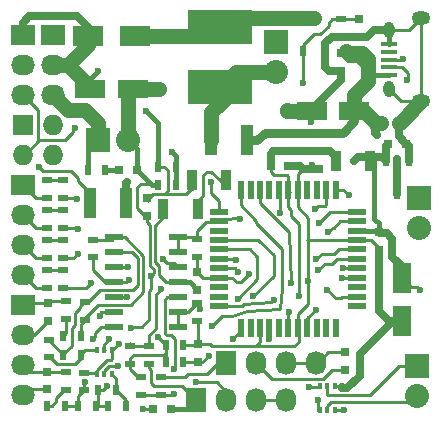
<source format=gbr>
G04 #@! TF.FileFunction,Copper,L1,Top,Signal*
%FSLAX46Y46*%
G04 Gerber Fmt 4.6, Leading zero omitted, Abs format (unit mm)*
G04 Created by KiCad (PCBNEW 4.0.4-stable) date 05/09/17 17:15:03*
%MOMM*%
%LPD*%
G01*
G04 APERTURE LIST*
%ADD10C,0.100000*%
%ADD11R,1.600200X2.600960*%
%ADD12R,1.600000X0.560000*%
%ADD13R,0.560000X1.600000*%
%ADD14R,1.350000X0.400000*%
%ADD15O,0.950000X1.400000*%
%ADD16O,1.550000X1.200000*%
%ADD17R,1.727200X2.032000*%
%ADD18O,1.727200X2.032000*%
%ADD19R,0.750000X0.800000*%
%ADD20R,0.800000X0.750000*%
%ADD21R,2.600960X1.600200*%
%ADD22R,2.499360X1.800860*%
%ADD23R,0.797560X0.797560*%
%ADD24R,1.000000X2.500000*%
%ADD25R,0.900000X1.700000*%
%ADD26R,2.032000X1.727200*%
%ADD27O,2.032000X1.727200*%
%ADD28R,1.727200X1.727200*%
%ADD29O,1.727200X1.727200*%
%ADD30R,2.032000X2.032000*%
%ADD31O,2.032000X2.032000*%
%ADD32R,0.600000X0.900000*%
%ADD33R,0.900000X0.500000*%
%ADD34R,0.500000X0.900000*%
%ADD35R,1.500000X0.600000*%
%ADD36R,0.304800X0.508000*%
%ADD37R,5.400040X2.900680*%
%ADD38R,5.400040X2.900000*%
%ADD39C,0.600000*%
%ADD40C,0.250000*%
%ADD41C,0.400000*%
%ADD42C,1.270000*%
%ADD43C,0.800000*%
%ADD44C,0.635000*%
G04 APERTURE END LIST*
D10*
D11*
X103187500Y-122214640D03*
X103187500Y-125816360D03*
D12*
X87723600Y-116573800D03*
X87723600Y-117373800D03*
X87723600Y-118173800D03*
X87723600Y-118973800D03*
X87723600Y-119773800D03*
X87723600Y-120573800D03*
X87723600Y-121373800D03*
X87723600Y-122173800D03*
X87723600Y-122973800D03*
X87723600Y-123773800D03*
X87723600Y-124573800D03*
D13*
X89573600Y-126423800D03*
X90373600Y-126423800D03*
X91173600Y-126423800D03*
X91973600Y-126423800D03*
X92773600Y-126423800D03*
X93573600Y-126423800D03*
X94373600Y-126423800D03*
X95173600Y-126423800D03*
X95973600Y-126423800D03*
X96773600Y-126423800D03*
X97573600Y-126423800D03*
D12*
X99423600Y-124573800D03*
X99423600Y-123773800D03*
X99423600Y-122973800D03*
X99423600Y-122173800D03*
X99423600Y-121373800D03*
X99423600Y-120573800D03*
X99423600Y-119773800D03*
X99423600Y-118973800D03*
X99423600Y-118173800D03*
X99423600Y-117373800D03*
X99423600Y-116573800D03*
D13*
X97573600Y-114723800D03*
X96773600Y-114723800D03*
X95973600Y-114723800D03*
X95173600Y-114723800D03*
X94373600Y-114723800D03*
X93573600Y-114723800D03*
X92773600Y-114723800D03*
X91973600Y-114723800D03*
X91173600Y-114723800D03*
X90373600Y-114723800D03*
X89573600Y-114723800D03*
D14*
X102132960Y-104996400D03*
X102132960Y-104346400D03*
X102132960Y-103696400D03*
X102132960Y-103046400D03*
X102132960Y-102396400D03*
D15*
X102132960Y-106196400D03*
X102132960Y-101196400D03*
D16*
X104832960Y-107196400D03*
X104832960Y-100196400D03*
D17*
X88328500Y-129349500D03*
D18*
X90868500Y-129349500D03*
X93408500Y-129349500D03*
X95948500Y-129349500D03*
D19*
X98374200Y-128459800D03*
X98374200Y-129959800D03*
D20*
X83630200Y-133273800D03*
X82130200Y-133273800D03*
X101421500Y-109029500D03*
X102921500Y-109029500D03*
D19*
X101219000Y-118312500D03*
X101219000Y-119812500D03*
X85915500Y-129312100D03*
X85915500Y-127812100D03*
X81597500Y-115455000D03*
X81597500Y-116955000D03*
X96202500Y-111454500D03*
X96202500Y-112954500D03*
D21*
X99146360Y-108077000D03*
X95544640Y-108077000D03*
D19*
X98044000Y-103136000D03*
X98044000Y-104636000D03*
D20*
X102056500Y-110807500D03*
X103556500Y-110807500D03*
D19*
X73215500Y-125845000D03*
X73215500Y-124345000D03*
X73152000Y-131610800D03*
X73152000Y-130110800D03*
D21*
X76812140Y-106172000D03*
X80413860Y-106172000D03*
D19*
X85852000Y-123178000D03*
X85852000Y-121678000D03*
X94805500Y-111454500D03*
X94805500Y-112954500D03*
D20*
X92087000Y-112712500D03*
X93587000Y-112712500D03*
D22*
X76614020Y-101727000D03*
X80611980Y-101727000D03*
D23*
X79260700Y-113030000D03*
X80759300Y-113030000D03*
D24*
X76808200Y-115824000D03*
X79808200Y-115824000D03*
D25*
X100522700Y-112318800D03*
X97622700Y-112318800D03*
X88318000Y-113919000D03*
X85418000Y-113919000D03*
X83005000Y-116332000D03*
X85905000Y-116332000D03*
D26*
X71120000Y-114300000D03*
D27*
X71120000Y-116840000D03*
X71120000Y-119380000D03*
X71120000Y-121920000D03*
D28*
X71120000Y-109220000D03*
D29*
X73660000Y-109220000D03*
X71120000Y-111760000D03*
X73660000Y-111760000D03*
D17*
X85788500Y-132524500D03*
D18*
X88328500Y-132524500D03*
X90868500Y-132524500D03*
X93408500Y-132524500D03*
D26*
X71120000Y-124460000D03*
D27*
X71120000Y-127000000D03*
X71120000Y-129540000D03*
X71120000Y-132080000D03*
D30*
X77470000Y-110490000D03*
D31*
X80010000Y-110490000D03*
D30*
X104470200Y-129616200D03*
D31*
X104470200Y-132156200D03*
D26*
X71069200Y-101587300D03*
D27*
X71069200Y-104127300D03*
X71069200Y-106667300D03*
D26*
X73660000Y-101600000D03*
D27*
X73660000Y-104140000D03*
X73660000Y-106680000D03*
D32*
X95758000Y-100200000D03*
X96708000Y-103000000D03*
X94808000Y-103000000D03*
D33*
X82753200Y-132068000D03*
X82753200Y-130568000D03*
X81788000Y-127951800D03*
X81788000Y-129451800D03*
X81127600Y-132068000D03*
X81127600Y-130568000D03*
X80187800Y-129451800D03*
X80187800Y-127951800D03*
D34*
X84684300Y-129324100D03*
X83184300Y-129324100D03*
X84684300Y-127850900D03*
X83184300Y-127850900D03*
D33*
X73101200Y-121525600D03*
X73101200Y-123025600D03*
X73101200Y-119011000D03*
X73101200Y-120511000D03*
X73101200Y-116420200D03*
X73101200Y-117920200D03*
X73101200Y-113880200D03*
X73101200Y-115380200D03*
X74498200Y-123025600D03*
X74498200Y-121525600D03*
X74498200Y-120511000D03*
X74498200Y-119011000D03*
X74498200Y-117920200D03*
X74498200Y-116420200D03*
X74498200Y-115380200D03*
X74498200Y-113880200D03*
D34*
X78320200Y-132994400D03*
X79820200Y-132994400D03*
X77482000Y-131673600D03*
X78982000Y-131673600D03*
X74535600Y-128676400D03*
X76035600Y-128676400D03*
D33*
X73304400Y-127418400D03*
X73304400Y-128918400D03*
X76327000Y-125718000D03*
X76327000Y-124218000D03*
D34*
X75805600Y-132994400D03*
X77305600Y-132994400D03*
D33*
X85852000Y-124345000D03*
X85852000Y-125845000D03*
D34*
X74497500Y-127063500D03*
X75997500Y-127063500D03*
X73164000Y-132994400D03*
X74664000Y-132994400D03*
D33*
X74739500Y-124154500D03*
X74739500Y-125654500D03*
X74726800Y-130161600D03*
X74726800Y-131661600D03*
D34*
X82562000Y-112776000D03*
X84062000Y-112776000D03*
X84062000Y-114300000D03*
X82562000Y-114300000D03*
D33*
X85826600Y-120384000D03*
X85826600Y-118884000D03*
X77025500Y-118947500D03*
X77025500Y-120447500D03*
X76250800Y-130212400D03*
X76250800Y-131712400D03*
X98056700Y-100265800D03*
X98056700Y-101765800D03*
D34*
X76593000Y-113030000D03*
X78093000Y-113030000D03*
D32*
X102806500Y-115065000D03*
X101856500Y-112265000D03*
X103756500Y-112265000D03*
D35*
X84234000Y-126365000D03*
X84234000Y-125095000D03*
X84234000Y-123825000D03*
X84234000Y-122555000D03*
X84234000Y-121285000D03*
X84234000Y-120015000D03*
X84234000Y-118745000D03*
X78834000Y-118745000D03*
X78834000Y-120015000D03*
X78834000Y-121285000D03*
X78834000Y-122555000D03*
X78834000Y-123825000D03*
X78834000Y-125095000D03*
X78834000Y-126365000D03*
D36*
X78613000Y-128320800D03*
X77343000Y-128320800D03*
X78613000Y-130352800D03*
X77978000Y-128320800D03*
X77343000Y-130352800D03*
X77978000Y-130352800D03*
X96215200Y-133400800D03*
X97485200Y-133400800D03*
X96215200Y-131368800D03*
X96850200Y-133400800D03*
X97485200Y-131368800D03*
X96850200Y-131368800D03*
D30*
X104597200Y-115392200D03*
D31*
X104597200Y-117932200D03*
D19*
X99580700Y-100265800D03*
X99580700Y-101765800D03*
D24*
X90069800Y-110540800D03*
X87069800Y-110540800D03*
D37*
X87757000Y-100980240D03*
D38*
X87757000Y-106061500D03*
D30*
X92519500Y-102171500D03*
D31*
X92519500Y-104711500D03*
D39*
X81229200Y-133273800D03*
X85750400Y-130962400D03*
X99250500Y-103187500D03*
X101041200Y-110083600D03*
X102793800Y-112090200D03*
X93421200Y-108000800D03*
X98145600Y-131419600D03*
X96062800Y-132562600D03*
X95567500Y-112585500D03*
X95504000Y-108966000D03*
X79222600Y-127762000D03*
X80289400Y-126390400D03*
X75514200Y-109474000D03*
X80060800Y-122326400D03*
X81940400Y-122021600D03*
X95199200Y-122428000D03*
X90271600Y-121843800D03*
X82626200Y-106222800D03*
X104724200Y-123215400D03*
X95885000Y-124891800D03*
X99123500Y-112268000D03*
X79946500Y-114046000D03*
X94513400Y-123723400D03*
X86817200Y-128803400D03*
X77470000Y-104648000D03*
X81534000Y-108077000D03*
X72491600Y-112826800D03*
X83693000Y-111506000D03*
X87020400Y-114071400D03*
X92900500Y-116649500D03*
X89471500Y-117157500D03*
X90614500Y-123698000D03*
X78422500Y-127381000D03*
X89344500Y-123952000D03*
X79184500Y-129603500D03*
X89154000Y-120650000D03*
X80010000Y-121285000D03*
X79883000Y-123825000D03*
X89344500Y-121666000D03*
X93662500Y-125031500D03*
X92329000Y-124015500D03*
X98310700Y-133400800D03*
X88849200Y-127355600D03*
X95326200Y-131445000D03*
X91973400Y-127355600D03*
X94818200Y-105714800D03*
X96875600Y-123215400D03*
X98145600Y-122174000D03*
X103581200Y-105410000D03*
X98171000Y-121361200D03*
X103301800Y-103657400D03*
X96075500Y-121539000D03*
X76835000Y-122618500D03*
X95948500Y-120586500D03*
X75755500Y-120142000D03*
X96964500Y-118300500D03*
X75755500Y-118046500D03*
X96139000Y-117538500D03*
X75692000Y-115506500D03*
X98679000Y-115189000D03*
X95821500Y-116332000D03*
X93827600Y-122656600D03*
X86106000Y-124841000D03*
X87122000Y-126238000D03*
X82550000Y-127190500D03*
X83921600Y-132029200D03*
X83921600Y-129895600D03*
X82981800Y-120599200D03*
X82804000Y-123088400D03*
X78206600Y-131318000D03*
X77597000Y-125399800D03*
X76327000Y-131013200D03*
X77012800Y-127355600D03*
D40*
X95948500Y-129349500D02*
X96075500Y-129349500D01*
X96075500Y-129349500D02*
X96952500Y-128472500D01*
X96952500Y-128472500D02*
X98044000Y-128472500D01*
X95948500Y-129349500D02*
X93408500Y-129349500D01*
X82753200Y-130568000D02*
X84824000Y-130568000D01*
X86664800Y-130302000D02*
X87617300Y-129349500D01*
X85090000Y-130302000D02*
X86664800Y-130302000D01*
X84824000Y-130568000D02*
X85090000Y-130302000D01*
X87617300Y-129349500D02*
X88328500Y-129349500D01*
X98044000Y-129972500D02*
X97281300Y-129972500D01*
X92227400Y-130708400D02*
X90868500Y-129349500D01*
X96545400Y-130708400D02*
X92227400Y-130708400D01*
X97281300Y-129972500D02*
X96545400Y-130708400D01*
X90868500Y-129349500D02*
X90932000Y-129349500D01*
D41*
X83630200Y-133273800D02*
X85039200Y-133273800D01*
X85039200Y-133273800D02*
X85788500Y-132524500D01*
D40*
X85064600Y-133248400D02*
X85788500Y-132524500D01*
X90868500Y-132524500D02*
X93408500Y-132524500D01*
X85788500Y-132524500D02*
X85788500Y-132626100D01*
X84582000Y-131318000D02*
X85788500Y-132524500D01*
X82194400Y-131318000D02*
X84582000Y-131318000D01*
X81940400Y-131064000D02*
X82194400Y-131318000D01*
X81940400Y-129997200D02*
X81940400Y-131064000D01*
X81788000Y-129844800D02*
X81940400Y-129997200D01*
X81788000Y-129451800D02*
X81788000Y-129844800D01*
X81788000Y-129451800D02*
X81788000Y-129667000D01*
X82118200Y-133273800D02*
X81229200Y-133273800D01*
X85750400Y-130962400D02*
X85801200Y-131013200D01*
X85801200Y-131013200D02*
X87528400Y-131013200D01*
X87528400Y-131013200D02*
X88328500Y-131813300D01*
X88328500Y-131813300D02*
X88328500Y-132524500D01*
D42*
X99250500Y-103124000D02*
X99822000Y-103124000D01*
X99250500Y-103187500D02*
X99250500Y-103124000D01*
D43*
X99146360Y-108077000D02*
X99146360Y-108930440D01*
X90957400Y-110540800D02*
X90069800Y-110540800D01*
X91592400Y-109905800D02*
X90957400Y-110540800D01*
X98171000Y-109905800D02*
X91592400Y-109905800D01*
X99146360Y-108930440D02*
X98171000Y-109905800D01*
D44*
X102806500Y-115065000D02*
X102806500Y-112102900D01*
X100888800Y-109931200D02*
X100888800Y-109016800D01*
X101041200Y-110083600D02*
X100888800Y-109931200D01*
X102806500Y-112102900D02*
X102793800Y-112090200D01*
D42*
X99146360Y-108077000D02*
X99949000Y-108077000D01*
X99949000Y-108077000D02*
X100888800Y-109016800D01*
X100888800Y-109016800D02*
X101028500Y-109156500D01*
X101028500Y-109156500D02*
X101421500Y-109029500D01*
X100330000Y-104648000D02*
X100330000Y-103632000D01*
X98615500Y-103124000D02*
X98488500Y-102997000D01*
X99822000Y-103124000D02*
X98615500Y-103124000D01*
X100330000Y-103632000D02*
X99822000Y-103124000D01*
X99146360Y-108077000D02*
X99146360Y-106720640D01*
X100330000Y-105537000D02*
X100330000Y-104648000D01*
X99146360Y-106720640D02*
X100330000Y-105537000D01*
D41*
X102132960Y-104996400D02*
X100678400Y-104996400D01*
X100678400Y-104996400D02*
X100330000Y-104648000D01*
X98603500Y-103695500D02*
X98044000Y-103136000D01*
X100330000Y-104648000D02*
X99377500Y-103695500D01*
X99377500Y-103695500D02*
X98603500Y-103695500D01*
D44*
X99580700Y-101765800D02*
X100227700Y-101765800D01*
X100797100Y-101196400D02*
X102132960Y-101196400D01*
X100227700Y-101765800D02*
X100797100Y-101196400D01*
X95544640Y-108077000D02*
X95544640Y-107909360D01*
X95544640Y-107909360D02*
X98044000Y-105410000D01*
X98044000Y-105410000D02*
X98044000Y-104636000D01*
X96708000Y-103000000D02*
X96708000Y-104366100D01*
X96977900Y-104636000D02*
X98044000Y-104636000D01*
X96708000Y-104366100D02*
X96977900Y-104636000D01*
X98056700Y-101765800D02*
X97243200Y-101765800D01*
X96708000Y-102301000D02*
X96708000Y-103000000D01*
X97243200Y-101765800D02*
X96708000Y-102301000D01*
X99580700Y-101765800D02*
X98056700Y-101765800D01*
D40*
X98094800Y-131368800D02*
X98145600Y-131419600D01*
X97485200Y-131368800D02*
X98094800Y-131368800D01*
D42*
X93497400Y-108077000D02*
X95544640Y-108077000D01*
X93421200Y-108000800D02*
X93497400Y-108077000D01*
D40*
X72390000Y-107950000D02*
X72390000Y-110617000D01*
X72390000Y-107950000D02*
X71120000Y-106680000D01*
X71069200Y-106629200D02*
X71120000Y-106680000D01*
D42*
X80413860Y-106172000D02*
X82575400Y-106172000D01*
D40*
X101219000Y-119812500D02*
X101219000Y-119659400D01*
X101219000Y-119659400D02*
X100533400Y-118973800D01*
D44*
X102921500Y-109029500D02*
X102921500Y-110172500D01*
X102921500Y-110172500D02*
X103556500Y-110807500D01*
X103756500Y-112265000D02*
X103756500Y-111007500D01*
X103756500Y-111007500D02*
X103556500Y-110807500D01*
X103187500Y-125816360D02*
X102067360Y-125816360D01*
X101219000Y-124968000D02*
X101219000Y-119812500D01*
X102067360Y-125816360D02*
X101219000Y-124968000D01*
X103187500Y-125816360D02*
X102453440Y-125816360D01*
X102453440Y-125816360D02*
X99618800Y-128651000D01*
X99618800Y-128651000D02*
X99618800Y-130454400D01*
X99618800Y-130454400D02*
X98584902Y-131488298D01*
X98584902Y-131488298D02*
X98145600Y-131488298D01*
X98145600Y-131488298D02*
X98145600Y-131445000D01*
D40*
X96075500Y-133477000D02*
X96075500Y-132575300D01*
X98120200Y-131445000D02*
X98145600Y-131445000D01*
X98145600Y-131419600D02*
X98120200Y-131445000D01*
X96075500Y-132575300D02*
X96062800Y-132562600D01*
X85915500Y-127812100D02*
X86943500Y-127812100D01*
X87122000Y-127990600D02*
X90576400Y-127990600D01*
X86943500Y-127812100D02*
X87122000Y-127990600D01*
D42*
X102921500Y-109029500D02*
X102999860Y-109029500D01*
X102999860Y-109029500D02*
X104832960Y-107196400D01*
D40*
X104832960Y-107196400D02*
X103132960Y-107196400D01*
X103132960Y-107196400D02*
X102132960Y-106196400D01*
X104832960Y-100196400D02*
X104832960Y-107196400D01*
X102132960Y-101196400D02*
X103832960Y-101196400D01*
X103832960Y-101196400D02*
X104832960Y-100196400D01*
D41*
X102132960Y-102396400D02*
X102132960Y-101196400D01*
D40*
X95377000Y-112776000D02*
X95567500Y-112585500D01*
X95504000Y-108966000D02*
X95544640Y-108925360D01*
X95544640Y-108925360D02*
X95544640Y-108077000D01*
X95377000Y-112954500D02*
X95377000Y-112776000D01*
X94373600Y-113386400D02*
X94805500Y-112954500D01*
D44*
X96202500Y-112954500D02*
X95377000Y-112954500D01*
X95377000Y-112954500D02*
X94805500Y-112954500D01*
X93587000Y-112712500D02*
X94563500Y-112712500D01*
X94563500Y-112712500D02*
X94805500Y-112954500D01*
D40*
X78613000Y-128320800D02*
X78663800Y-128320800D01*
X78663800Y-128320800D02*
X79222600Y-127762000D01*
X81940400Y-122021600D02*
X81940400Y-123139200D01*
X80365600Y-126314200D02*
X80289400Y-126390400D01*
X81178400Y-126314200D02*
X80365600Y-126314200D01*
X81788000Y-125704600D02*
X81178400Y-126314200D01*
X81788000Y-123291600D02*
X81788000Y-125704600D01*
X81940400Y-123139200D02*
X81788000Y-123291600D01*
X77343000Y-130352800D02*
X77343000Y-129970402D01*
X77343000Y-129970402D02*
X78198004Y-129115398D01*
X78198004Y-129115398D02*
X78580402Y-129115398D01*
X78580402Y-129115398D02*
X78613000Y-129082800D01*
X78613000Y-129082800D02*
X78613000Y-128320800D01*
X81597500Y-116955000D02*
X81445800Y-116955000D01*
X81445800Y-116955000D02*
X80797400Y-116306600D01*
X81089500Y-114236500D02*
X81724500Y-114236500D01*
X80797400Y-114528600D02*
X81089500Y-114236500D01*
X80797400Y-116306600D02*
X80797400Y-114528600D01*
X81788000Y-114173000D02*
X81788000Y-114058700D01*
X81724500Y-114236500D02*
X81845150Y-114115850D01*
X81845150Y-114115850D02*
X81788000Y-114173000D01*
X75361800Y-109829600D02*
X74701400Y-110490000D01*
X75514200Y-109474000D02*
X75361800Y-109626400D01*
X75361800Y-109626400D02*
X75361800Y-109829600D01*
X72517000Y-110490000D02*
X72390000Y-110617000D01*
X74701400Y-110490000D02*
X72517000Y-110490000D01*
X86092600Y-127635000D02*
X85915500Y-127812100D01*
X85915500Y-127812100D02*
X85915500Y-125908500D01*
X85915500Y-125908500D02*
X85852000Y-125845000D01*
X84684300Y-127850900D02*
X85876700Y-127850900D01*
X85876700Y-127850900D02*
X85915500Y-127812100D01*
X85826600Y-120384000D02*
X85826600Y-121652600D01*
X78834000Y-122555000D02*
X79832200Y-122555000D01*
X79832200Y-122555000D02*
X80060800Y-122326400D01*
X81864200Y-121165198D02*
X81864200Y-117678200D01*
X81940400Y-122021600D02*
X82169000Y-121793000D01*
X82169000Y-121793000D02*
X82169000Y-121469998D01*
X82169000Y-121469998D02*
X81864200Y-121165198D01*
X76250800Y-130212400D02*
X77202600Y-130212400D01*
X77202600Y-130212400D02*
X77343000Y-130352800D01*
X78834000Y-122555000D02*
X78054200Y-122555000D01*
X77025500Y-121526300D02*
X77025500Y-120447500D01*
X78054200Y-122555000D02*
X77025500Y-121526300D01*
X81597500Y-116955000D02*
X81597500Y-117411500D01*
X81597500Y-117411500D02*
X81864200Y-117678200D01*
D41*
X80759300Y-113030000D02*
X80759300Y-111239300D01*
X80759300Y-111239300D02*
X80010000Y-110490000D01*
X82562000Y-114300000D02*
X82029300Y-114300000D01*
X82029300Y-114300000D02*
X81788000Y-114058700D01*
X81788000Y-114058700D02*
X80759300Y-113030000D01*
D40*
X71120000Y-111760000D02*
X71247000Y-111760000D01*
X71247000Y-111760000D02*
X72390000Y-110617000D01*
D42*
X80010000Y-110490000D02*
X80010000Y-106575860D01*
X80010000Y-106575860D02*
X80413860Y-106172000D01*
D40*
X100533400Y-118973800D02*
X99423600Y-118973800D01*
X99423600Y-118973800D02*
X95250000Y-118973800D01*
X95186500Y-118935500D02*
X95250000Y-118935500D01*
X95211700Y-118935500D02*
X95186500Y-118935500D01*
X95250000Y-118973800D02*
X95211700Y-118935500D01*
X95250000Y-122428000D02*
X95250000Y-118935500D01*
X95250000Y-118935500D02*
X95250000Y-117094000D01*
X91173600Y-127622000D02*
X91173600Y-126423800D01*
X90805000Y-127990600D02*
X91173600Y-127622000D01*
X90576400Y-127990600D02*
X90805000Y-127990600D01*
X95199200Y-122428000D02*
X95250000Y-122428000D01*
X95250000Y-122428000D02*
X95224600Y-122428000D01*
X95224600Y-122428000D02*
X95250000Y-122428000D01*
X90576400Y-127990600D02*
X94081600Y-127990600D01*
X94462600Y-127609600D02*
X94462600Y-126512800D01*
X94081600Y-127990600D02*
X94462600Y-127609600D01*
X94462600Y-126512800D02*
X94373600Y-126423800D01*
X94373600Y-126423800D02*
X94373600Y-125272900D01*
X94373600Y-125272900D02*
X95250000Y-124396500D01*
X95250000Y-124396500D02*
X95250000Y-122428000D01*
X94373600Y-114723800D02*
X94373600Y-113386400D01*
X94373600Y-116217600D02*
X94373600Y-114723800D01*
X95250000Y-117094000D02*
X94373600Y-116217600D01*
X87723600Y-122173800D02*
X88823600Y-122173800D01*
X89560400Y-122555000D02*
X90271600Y-121843800D01*
X89204800Y-122555000D02*
X89560400Y-122555000D01*
X88823600Y-122173800D02*
X89204800Y-122555000D01*
X87723600Y-122173800D02*
X86347800Y-122173800D01*
D42*
X82575400Y-106172000D02*
X82626200Y-106222800D01*
D40*
X86347800Y-122173800D02*
X85852000Y-121678000D01*
X85826600Y-121652600D02*
X85852000Y-121678000D01*
D41*
X85852000Y-121678000D02*
X85864000Y-121678000D01*
D40*
X95173600Y-126423800D02*
X95173600Y-125603200D01*
X95173600Y-125603200D02*
X95885000Y-124891800D01*
D44*
X103187500Y-122214640D02*
X103187500Y-121196100D01*
X103187500Y-121196100D02*
X102387400Y-120396000D01*
X101904800Y-118414800D02*
X101321300Y-118414800D01*
X102387400Y-118897400D02*
X101904800Y-118414800D01*
X102387400Y-120396000D02*
X102387400Y-118897400D01*
X101321300Y-118414800D02*
X101219000Y-118312500D01*
D40*
X104495600Y-122986800D02*
X103959660Y-122986800D01*
X104724200Y-123215400D02*
X104495600Y-122986800D01*
X103959660Y-122986800D02*
X103187500Y-122214640D01*
D44*
X100510000Y-111950500D02*
X101542000Y-111950500D01*
X101542000Y-111950500D02*
X101856500Y-112265000D01*
X101856500Y-112265000D02*
X101856500Y-111432300D01*
X101856500Y-112265000D02*
X101856500Y-111432300D01*
X101856500Y-111432300D02*
X101856500Y-111007500D01*
X101856500Y-111007500D02*
X102056500Y-110807500D01*
D41*
X100838000Y-112278500D02*
X100510000Y-111950500D01*
X100838000Y-117157500D02*
X100838000Y-112278500D01*
X101219000Y-117538500D02*
X100838000Y-117157500D01*
X101219000Y-118312500D02*
X101219000Y-117538500D01*
X101080300Y-118173800D02*
X101219000Y-118312500D01*
D44*
X79808200Y-115824000D02*
X79808200Y-114184300D01*
X99441000Y-111950500D02*
X100510000Y-111950500D01*
X99123500Y-112268000D02*
X99441000Y-111950500D01*
X79808200Y-114184300D02*
X79946500Y-114046000D01*
D41*
X99423600Y-118173800D02*
X101080300Y-118173800D01*
D40*
X85915500Y-129312100D02*
X86308500Y-129312100D01*
X86308500Y-129312100D02*
X86817200Y-128803400D01*
D44*
X96202500Y-111454500D02*
X97114000Y-111454500D01*
X97114000Y-111454500D02*
X97610000Y-111950500D01*
X94805500Y-111454500D02*
X96202500Y-111454500D01*
X92087000Y-112712500D02*
X92087000Y-111684500D01*
X92317000Y-111454500D02*
X94805500Y-111454500D01*
X92087000Y-111684500D02*
X92317000Y-111454500D01*
D40*
X92087000Y-113232500D02*
X92087000Y-112712500D01*
X85915500Y-129312100D02*
X86270400Y-129312100D01*
X85915500Y-129312100D02*
X86079900Y-129312100D01*
X85915500Y-129312100D02*
X84696300Y-129312100D01*
X84696300Y-129312100D02*
X84684300Y-129324100D01*
X93573600Y-116205000D02*
X93573600Y-114723800D01*
X93802200Y-116433600D02*
X93573600Y-116205000D01*
X93802200Y-116941600D02*
X93802200Y-116433600D01*
X94513400Y-117652800D02*
X93802200Y-116941600D01*
X94513400Y-123723400D02*
X94513400Y-117652800D01*
X93573600Y-114723800D02*
X93573600Y-113576100D01*
X93573600Y-113576100D02*
X93472000Y-113474500D01*
X93472000Y-113474500D02*
X92329000Y-113474500D01*
X92329000Y-113474500D02*
X92087000Y-113232500D01*
X93662500Y-114812700D02*
X93573600Y-114723800D01*
X93726000Y-114876200D02*
X93573600Y-114723800D01*
D44*
X71069200Y-101587300D02*
X71069200Y-100571300D01*
X71640700Y-99999800D02*
X71069200Y-100571300D01*
X75641200Y-99999800D02*
X71640700Y-99999800D01*
X75641200Y-99999800D02*
X76614020Y-100972620D01*
X76614020Y-101727000D02*
X76614020Y-100972620D01*
D40*
X83083400Y-115112800D02*
X84886800Y-115112800D01*
X84886800Y-115112800D02*
X85418000Y-114581600D01*
X85418000Y-114581600D02*
X85418000Y-113919000D01*
X81597500Y-115455000D02*
X81776000Y-115455000D01*
X81776000Y-115455000D02*
X82118200Y-115112800D01*
X83058000Y-112776000D02*
X82562000Y-112776000D01*
X83362800Y-113080800D02*
X83058000Y-112776000D01*
X83362800Y-114833400D02*
X83362800Y-113080800D01*
X83083400Y-115112800D02*
X83362800Y-114833400D01*
X82118200Y-115112800D02*
X83083400Y-115112800D01*
X81597500Y-115455000D02*
X81839500Y-115455000D01*
X81661000Y-115685000D02*
X81661000Y-115570000D01*
D41*
X85418000Y-113919000D02*
X85418000Y-114607000D01*
X82562000Y-112776000D02*
X82562000Y-109105000D01*
X76812140Y-105305860D02*
X76812140Y-106172000D01*
X77470000Y-104648000D02*
X76812140Y-105305860D01*
X82562000Y-109105000D02*
X81534000Y-108077000D01*
D44*
X73660000Y-104140000D02*
X73279000Y-104140000D01*
D42*
X76812140Y-106172000D02*
X76812140Y-106022140D01*
X76812140Y-106022140D02*
X74930000Y-104140000D01*
X76614020Y-101727000D02*
X76614020Y-102455980D01*
X76614020Y-102455980D02*
X74930000Y-104140000D01*
X74930000Y-104140000D02*
X73660000Y-104140000D01*
D40*
X71120000Y-127000000D02*
X72060500Y-127000000D01*
X72060500Y-127000000D02*
X73215500Y-125845000D01*
X73215500Y-124345000D02*
X71235000Y-124345000D01*
X71235000Y-124345000D02*
X71120000Y-124460000D01*
X74739500Y-124154500D02*
X73406000Y-124154500D01*
X73406000Y-124154500D02*
X73215500Y-124345000D01*
X71589200Y-131610800D02*
X71120000Y-132080000D01*
X71335200Y-131864800D02*
X71120000Y-132080000D01*
X73152000Y-131610800D02*
X71589200Y-131610800D01*
X73152000Y-130110800D02*
X74676000Y-130110800D01*
X74676000Y-130110800D02*
X74726800Y-130161600D01*
X73152000Y-130110800D02*
X71690800Y-130110800D01*
X71690800Y-130110800D02*
X71120000Y-129540000D01*
X84234000Y-122555000D02*
X83210400Y-122555000D01*
X82314202Y-117761598D02*
X83005000Y-117070800D01*
X82314202Y-120853200D02*
X82314202Y-117761598D01*
X82619002Y-121158000D02*
X82314202Y-120853200D01*
X82619002Y-121963602D02*
X82619002Y-121158000D01*
X83210400Y-122555000D02*
X82619002Y-121963602D01*
X83005000Y-117070800D02*
X83005000Y-116332000D01*
D41*
X84234000Y-122555000D02*
X85229000Y-122555000D01*
X85229000Y-122555000D02*
X85852000Y-123178000D01*
D42*
X80611980Y-101727000D02*
X87327740Y-101727000D01*
X87327740Y-101727000D02*
X88138000Y-100916740D01*
X95758000Y-100200000D02*
X88854740Y-100200000D01*
X88854740Y-100200000D02*
X88138000Y-100916740D01*
D41*
X79260700Y-113030000D02*
X78093000Y-113030000D01*
D40*
X76808200Y-114984400D02*
X75793600Y-113969800D01*
X76808200Y-115824000D02*
X76808200Y-114984400D01*
X75793600Y-113969800D02*
X75793600Y-113766600D01*
X75793600Y-113766600D02*
X75184000Y-113157000D01*
X75184000Y-113157000D02*
X72821800Y-113157000D01*
X72821800Y-113157000D02*
X72491600Y-112826800D01*
D41*
X83693000Y-111506000D02*
X84074000Y-111887000D01*
X84062000Y-114300000D02*
X84062000Y-112776000D01*
X84074000Y-111887000D02*
X84074000Y-112764000D01*
X84074000Y-112764000D02*
X84062000Y-112776000D01*
D40*
X87020400Y-114960400D02*
X87020400Y-114071400D01*
X87723600Y-115663600D02*
X87020400Y-114960400D01*
X87723600Y-116573800D02*
X87723600Y-115663600D01*
X85826600Y-118884000D02*
X85826600Y-118211600D01*
X85826600Y-118211600D02*
X86563200Y-117475000D01*
X84234000Y-118745000D02*
X85687600Y-118745000D01*
X85687600Y-118745000D02*
X85826600Y-118884000D01*
X84234000Y-120015000D02*
X84234000Y-118745000D01*
X92837000Y-116586000D02*
X92837000Y-114787200D01*
X92900500Y-116649500D02*
X92837000Y-116586000D01*
X92837000Y-114787200D02*
X92773600Y-114723800D01*
X92773500Y-114723900D02*
X92773600Y-114723800D01*
X87723600Y-117373800D02*
X89370300Y-117056300D01*
X89370300Y-117056300D02*
X89471500Y-117157500D01*
X86563200Y-117475000D02*
X87622400Y-117475000D01*
X87622400Y-117475000D02*
X87723600Y-117373800D01*
X77978000Y-128320800D02*
X77978000Y-127825500D01*
X77978000Y-127825500D02*
X78422500Y-127381000D01*
X78041500Y-128257300D02*
X77978000Y-128320800D01*
X90995500Y-118935500D02*
X87761900Y-118935500D01*
X92329000Y-120269000D02*
X90995500Y-118935500D01*
X92329000Y-121983500D02*
X92329000Y-120269000D01*
X90614500Y-123698000D02*
X92329000Y-121983500D01*
X87761900Y-118935500D02*
X87723600Y-118973800D01*
X90309800Y-119773800D02*
X87723600Y-119773800D01*
X90932000Y-120396000D02*
X90309800Y-119773800D01*
X90932000Y-122237500D02*
X90932000Y-120396000D01*
X89344500Y-123952000D02*
X90932000Y-122237500D01*
X78422500Y-129603500D02*
X79184500Y-129603500D01*
X77978000Y-130352800D02*
X77978000Y-130048000D01*
X77978000Y-130048000D02*
X78422500Y-129603500D01*
X87723600Y-120573800D02*
X89077800Y-120573800D01*
X89077800Y-120573800D02*
X89154000Y-120650000D01*
X80010000Y-121285000D02*
X78834000Y-121285000D01*
X87723600Y-121373800D02*
X89052300Y-121373800D01*
X89052300Y-121373800D02*
X89344500Y-121666000D01*
X79883000Y-123825000D02*
X78834000Y-123825000D01*
X93573600Y-125120400D02*
X93573600Y-126423800D01*
X93662500Y-125031500D02*
X93573600Y-125120400D01*
X92138500Y-124206000D02*
X92329000Y-124015500D01*
X89852500Y-124396500D02*
X92138500Y-124206000D01*
X89662000Y-124587000D02*
X89852500Y-124396500D01*
X87723600Y-124573800D02*
X89140800Y-124573800D01*
X89154000Y-124587000D02*
X89662000Y-124587000D01*
X89140800Y-124573800D02*
X89154000Y-124587000D01*
X89573600Y-126631200D02*
X88849200Y-127355600D01*
X98310700Y-133400800D02*
X97485200Y-133400800D01*
X89573600Y-126423800D02*
X89573600Y-126631200D01*
X89573600Y-126423800D02*
X89573600Y-126605800D01*
X91973600Y-127355400D02*
X91973600Y-126423800D01*
X96075500Y-131445000D02*
X95326200Y-131445000D01*
X91973400Y-127355600D02*
X91973600Y-127355400D01*
X98056700Y-100265800D02*
X99580700Y-100265800D01*
X94808000Y-103000000D02*
X94808000Y-102486500D01*
X97282700Y-100265800D02*
X98056700Y-100265800D01*
X96977200Y-100571300D02*
X97282700Y-100265800D01*
X96977200Y-100825300D02*
X96977200Y-100571300D01*
X96278700Y-101523800D02*
X96977200Y-100825300D01*
X95770700Y-101523800D02*
X96278700Y-101523800D01*
X94808000Y-102486500D02*
X95770700Y-101523800D01*
X98146000Y-123773800D02*
X99423600Y-123773800D01*
X94804800Y-105701400D02*
X94818200Y-105714800D01*
X94808000Y-103000000D02*
X94804800Y-105701400D01*
X96875600Y-123215400D02*
X97586800Y-123926600D01*
X97586800Y-123926600D02*
X97993200Y-123926600D01*
X97993200Y-123926600D02*
X98146000Y-123773800D01*
D41*
X94769200Y-103038800D02*
X94808000Y-103000000D01*
D40*
X99423600Y-122173800D02*
X98145800Y-122173800D01*
X98145800Y-122173800D02*
X98145600Y-122174000D01*
X103228800Y-104346400D02*
X102132960Y-104346400D01*
X103708200Y-104825800D02*
X103228800Y-104346400D01*
X103708200Y-105283000D02*
X103708200Y-104825800D01*
X103581200Y-105410000D02*
X103708200Y-105283000D01*
X102136160Y-104343200D02*
X102132960Y-104346400D01*
X99423600Y-121373800D02*
X98183600Y-121373800D01*
X98183600Y-121373800D02*
X98171000Y-121361200D01*
X103262800Y-103696400D02*
X102132960Y-103696400D01*
X103301800Y-103657400D02*
X103262800Y-103696400D01*
X97675700Y-120573800D02*
X99423600Y-120573800D01*
X97282000Y-120967500D02*
X97675700Y-120573800D01*
X96647000Y-120967500D02*
X97282000Y-120967500D01*
X96075500Y-121539000D02*
X96647000Y-120967500D01*
X74498200Y-123025600D02*
X76427900Y-123025600D01*
X76427900Y-123025600D02*
X76835000Y-122618500D01*
X97840700Y-119773800D02*
X99423600Y-119773800D01*
X97472500Y-120142000D02*
X97840700Y-119773800D01*
X96393000Y-120142000D02*
X97472500Y-120142000D01*
X95948500Y-120586500D02*
X96393000Y-120142000D01*
X74498200Y-120511000D02*
X75386500Y-120511000D01*
X75386500Y-120511000D02*
X75755500Y-120142000D01*
X97954700Y-117373800D02*
X99423600Y-117373800D01*
X97409000Y-117919500D02*
X97954700Y-117373800D01*
X97345500Y-117919500D02*
X97409000Y-117919500D01*
X96964500Y-118300500D02*
X97345500Y-117919500D01*
X74498200Y-117920200D02*
X75629200Y-117920200D01*
X75629200Y-117920200D02*
X75755500Y-118046500D01*
X97103700Y-116573800D02*
X99423600Y-116573800D01*
X96139000Y-117538500D02*
X97103700Y-116573800D01*
X74498200Y-115380200D02*
X75565700Y-115380200D01*
X75565700Y-115380200D02*
X75692000Y-115506500D01*
X98213800Y-114723800D02*
X97573600Y-114723800D01*
X98679000Y-115189000D02*
X98213800Y-114723800D01*
X96773600Y-116014900D02*
X96773600Y-114723800D01*
X95821500Y-116332000D02*
X96075500Y-116078000D01*
X96075500Y-116078000D02*
X96710500Y-116078000D01*
X96710500Y-116078000D02*
X96773600Y-116014900D01*
X91173600Y-115875100D02*
X91173600Y-114723800D01*
X93599000Y-118300500D02*
X91173600Y-115875100D01*
X93764100Y-122593100D02*
X93599000Y-118300500D01*
X93827600Y-122656600D02*
X93764100Y-122593100D01*
X85852000Y-124345000D02*
X85852000Y-124587000D01*
X85852000Y-124587000D02*
X86106000Y-124841000D01*
X84234000Y-126365000D02*
X84234000Y-125095000D01*
X84234000Y-125095000D02*
X85102000Y-125095000D01*
X85102000Y-125095000D02*
X85852000Y-124345000D01*
X89573600Y-116053100D02*
X89573600Y-114723800D01*
X90868500Y-117348000D02*
X89573600Y-116053100D01*
X90868500Y-117538500D02*
X90868500Y-117348000D01*
X93027500Y-119697500D02*
X90868500Y-117538500D01*
X93027500Y-123063000D02*
X93027500Y-119697500D01*
X92900500Y-124841000D02*
X93027500Y-123063000D01*
X90043000Y-124968000D02*
X92900500Y-124841000D01*
X88773000Y-125412500D02*
X90043000Y-124968000D01*
X87947500Y-125412500D02*
X88773000Y-125412500D01*
X87122000Y-126238000D02*
X87947500Y-125412500D01*
X83184300Y-127850900D02*
X83184300Y-127824800D01*
X83184300Y-127824800D02*
X82550000Y-127190500D01*
X80810800Y-130568000D02*
X81127600Y-130568000D01*
X80187800Y-129451800D02*
X80187800Y-128981200D01*
X83007200Y-128701800D02*
X83184300Y-128524700D01*
X80467200Y-128701800D02*
X83007200Y-128701800D01*
X80187800Y-128981200D02*
X80467200Y-128701800D01*
X83184300Y-127850900D02*
X83184300Y-128524700D01*
X83184300Y-128524700D02*
X83184300Y-129324100D01*
X80187800Y-129451800D02*
X80187800Y-129895600D01*
X80187800Y-129895600D02*
X80860200Y-130568000D01*
X80860200Y-130568000D02*
X81127600Y-130568000D01*
X87757000Y-113919000D02*
X88318000Y-113919000D01*
X87020400Y-113182400D02*
X87757000Y-113919000D01*
X86715600Y-113182400D02*
X87020400Y-113182400D01*
X86385400Y-113512600D02*
X86715600Y-113182400D01*
X86385400Y-115189000D02*
X86385400Y-113512600D01*
D41*
X87884000Y-113919000D02*
X88318000Y-113919000D01*
D40*
X85905000Y-116332000D02*
X85905000Y-115669400D01*
X85905000Y-115669400D02*
X86385400Y-115189000D01*
D41*
X85905000Y-116332000D02*
X85905000Y-115898000D01*
D40*
X73101200Y-115380200D02*
X72200200Y-115380200D01*
X72200200Y-115380200D02*
X71120000Y-114300000D01*
X73101200Y-117920200D02*
X72200200Y-117920200D01*
X72200200Y-117920200D02*
X71120000Y-116840000D01*
X73101200Y-120511000D02*
X72251000Y-120511000D01*
X72251000Y-120511000D02*
X71120000Y-119380000D01*
X73101200Y-123025600D02*
X72225600Y-123025600D01*
X72225600Y-123025600D02*
X71120000Y-121920000D01*
D41*
X76593000Y-113030000D02*
X76593000Y-111367000D01*
X76593000Y-111367000D02*
X77470000Y-110490000D01*
D42*
X77470000Y-110490000D02*
X77470000Y-109093000D01*
X74930000Y-107950000D02*
X73660000Y-106680000D01*
X76327000Y-107950000D02*
X74930000Y-107950000D01*
X77470000Y-109093000D02*
X76327000Y-107950000D01*
D40*
X104470200Y-129616200D02*
X102984300Y-129616200D01*
X96850200Y-132067300D02*
X96850200Y-131368800D01*
X96913700Y-132130800D02*
X96850200Y-132067300D01*
X100469700Y-132130800D02*
X96913700Y-132130800D01*
X102984300Y-129616200D02*
X100469700Y-132130800D01*
X96850200Y-133400800D02*
X96850200Y-133019800D01*
X97167700Y-132702300D02*
X103924100Y-132702300D01*
X96850200Y-133019800D02*
X97167700Y-132702300D01*
X103924100Y-132702300D02*
X104470200Y-132156200D01*
X83108800Y-126238000D02*
X83108800Y-124053600D01*
X83882800Y-132068000D02*
X83921600Y-132029200D01*
X83921600Y-129895600D02*
X83972400Y-129844800D01*
X83972400Y-129844800D02*
X83972400Y-127355600D01*
X83972400Y-127355600D02*
X83667600Y-127050800D01*
X83667600Y-127050800D02*
X83261200Y-127050800D01*
X83261200Y-127050800D02*
X83108800Y-126898400D01*
X83108800Y-126898400D02*
X83108800Y-126238000D01*
X82753200Y-132068000D02*
X83882800Y-132068000D01*
X83337400Y-123825000D02*
X84234000Y-123825000D01*
X83108800Y-124053600D02*
X83337400Y-123825000D01*
X81127600Y-132068000D02*
X82753200Y-132068000D01*
X81788000Y-127951800D02*
X81788000Y-127050800D01*
X83903800Y-120954800D02*
X84234000Y-121285000D01*
X83337400Y-120954800D02*
X83903800Y-120954800D01*
X82981800Y-120599200D02*
X83337400Y-120954800D01*
X82804000Y-123164600D02*
X82804000Y-123088400D01*
X82346800Y-123621800D02*
X82804000Y-123164600D01*
X82346800Y-126492000D02*
X82346800Y-123621800D01*
X81788000Y-127050800D02*
X82346800Y-126492000D01*
X80187800Y-127951800D02*
X80187800Y-127711200D01*
X81788000Y-127951800D02*
X80187800Y-127951800D01*
X73101200Y-121525600D02*
X74498200Y-121525600D01*
X73101200Y-119011000D02*
X74498200Y-119011000D01*
X73101200Y-116420200D02*
X74498200Y-116420200D01*
X73101200Y-113880200D02*
X74498200Y-113880200D01*
X77851000Y-131673600D02*
X78206600Y-131318000D01*
X77622400Y-125145800D02*
X77673200Y-125095000D01*
X77622400Y-125374400D02*
X77622400Y-125145800D01*
X77597000Y-125399800D02*
X77622400Y-125374400D01*
X77482000Y-131673600D02*
X77851000Y-131673600D01*
X77673200Y-125095000D02*
X78834000Y-125095000D01*
X77305600Y-132994400D02*
X78320200Y-132994400D01*
X77482000Y-131673600D02*
X77482000Y-132818000D01*
X77482000Y-132818000D02*
X77305600Y-132994400D01*
X78982000Y-131673600D02*
X78982000Y-130721800D01*
X79820200Y-132511800D02*
X78982000Y-131673600D01*
X78982000Y-130721800D02*
X78613000Y-130352800D01*
X79820200Y-132994400D02*
X79820200Y-132511800D01*
X76594400Y-124218000D02*
X77622400Y-123190000D01*
X77622400Y-123190000D02*
X80416400Y-123190000D01*
X80416400Y-123190000D02*
X80822800Y-122783600D01*
X80822800Y-122783600D02*
X80822800Y-120497600D01*
X80822800Y-120497600D02*
X80340200Y-120015000D01*
X80340200Y-120015000D02*
X78834000Y-120015000D01*
X74535600Y-128676400D02*
X74535600Y-128613600D01*
X74535600Y-128613600D02*
X75234800Y-127914400D01*
X75946000Y-124599000D02*
X76327000Y-124218000D01*
X75946000Y-124764800D02*
X75946000Y-124599000D01*
X75539600Y-125171200D02*
X75946000Y-124764800D01*
X75539600Y-126136400D02*
X75539600Y-125171200D01*
X75234800Y-126441200D02*
X75539600Y-126136400D01*
X75234800Y-127914400D02*
X75234800Y-126441200D01*
X73304400Y-127418400D02*
X73304400Y-127445200D01*
X73304400Y-127445200D02*
X74535600Y-128676400D01*
X76327000Y-124218000D02*
X76594400Y-124218000D01*
X77343000Y-128320800D02*
X76391200Y-128320800D01*
X76391200Y-128320800D02*
X76035600Y-128676400D01*
X73304400Y-128918400D02*
X73394000Y-128918400D01*
X73394000Y-128918400D02*
X73964800Y-129489200D01*
X73964800Y-129489200D02*
X75488800Y-129489200D01*
X75488800Y-129489200D02*
X76035600Y-128942400D01*
X76035600Y-128942400D02*
X76035600Y-128676400D01*
X76327000Y-125718000D02*
X76327000Y-125603000D01*
X76327000Y-125603000D02*
X77470000Y-124460000D01*
X79756000Y-118745000D02*
X78834000Y-118745000D01*
X81305400Y-120294400D02*
X79756000Y-118745000D01*
X81305400Y-123367800D02*
X81305400Y-120294400D01*
X80213200Y-124460000D02*
X81305400Y-123367800D01*
X77470000Y-124460000D02*
X80213200Y-124460000D01*
X75997500Y-127063500D02*
X75997500Y-126047500D01*
X75997500Y-126047500D02*
X76327000Y-125718000D01*
X77025500Y-118947500D02*
X78631500Y-118947500D01*
X78631500Y-118947500D02*
X78834000Y-118745000D01*
X76250800Y-131712400D02*
X76250800Y-131089400D01*
X76250800Y-131089400D02*
X76327000Y-131013200D01*
X75805600Y-132994400D02*
X75805600Y-132157600D01*
X75805600Y-132157600D02*
X76250800Y-131712400D01*
X77216000Y-127152400D02*
X77216000Y-126847600D01*
X77012800Y-127355600D02*
X77216000Y-127152400D01*
X77216000Y-126847600D02*
X77698600Y-126365000D01*
X77698600Y-126365000D02*
X78834000Y-126365000D01*
X74664000Y-132994400D02*
X75805600Y-132994400D01*
X74739500Y-125654500D02*
X74739500Y-126821500D01*
X74739500Y-126821500D02*
X74497500Y-127063500D01*
X74726800Y-131661600D02*
X74586400Y-131661600D01*
X74586400Y-131661600D02*
X73914000Y-132334000D01*
X73914000Y-132334000D02*
X73914000Y-132638800D01*
X73914000Y-132638800D02*
X73558400Y-132994400D01*
X73558400Y-132994400D02*
X73164000Y-132994400D01*
D42*
X92519500Y-104711500D02*
X89107000Y-104711500D01*
X89107000Y-104711500D02*
X87757000Y-106061500D01*
X87069800Y-108154600D02*
X87069800Y-110540800D01*
X88138000Y-107086400D02*
X87069800Y-108154600D01*
X88138000Y-105998000D02*
X88138000Y-107086400D01*
M02*

</source>
